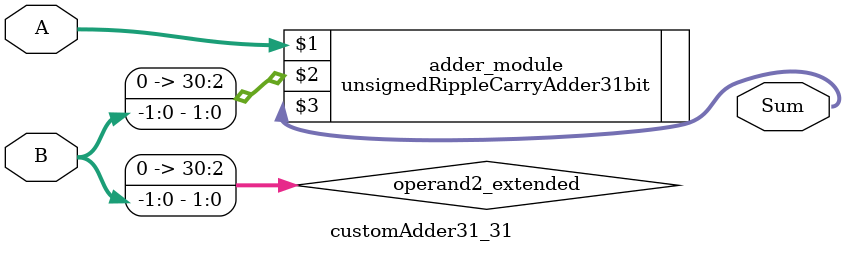
<source format=v>
module customAdder31_31(
                        input [30 : 0] A,
                        input [-1 : 0] B,
                        
                        output [31 : 0] Sum
                );

        wire [30 : 0] operand2_extended;
        
        assign operand2_extended =  {31'b0, B};
        
        unsignedRippleCarryAdder31bit adder_module(
            A,
            operand2_extended,
            Sum
        );
        
        endmodule
        
</source>
